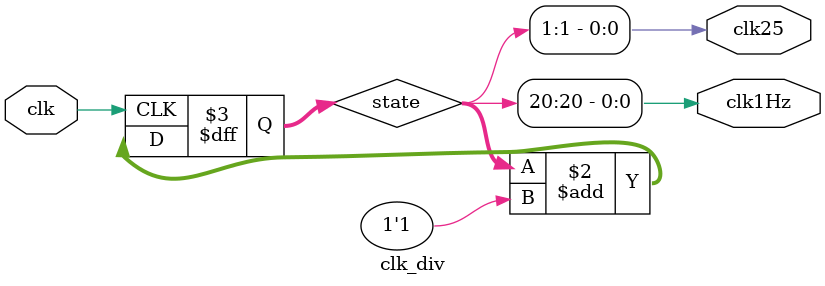
<source format=v>
`timescale 1ns / 1ps


module clk_div(
    input clk,
    output clk25,
    output clk1Hz
    );
reg [23:0]state;
always@(posedge clk)
begin
  state <= state+1'b1;
end
assign clk25=state[1];
assign clk1Hz=state[20];
endmodule

</source>
